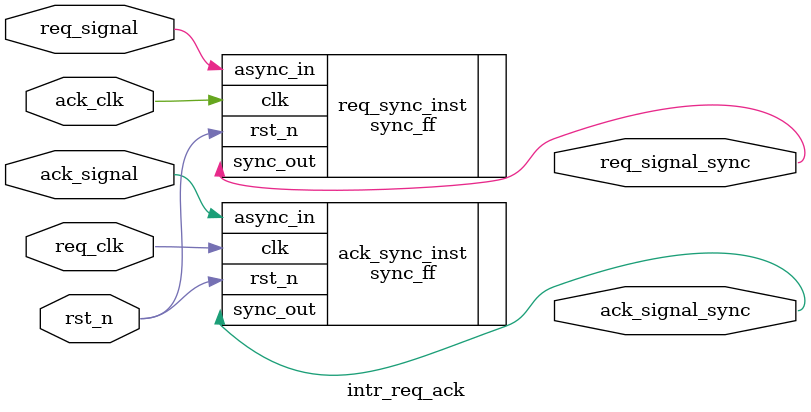
<source format=sv>
`timescale 1 ns / 1 ps

module intr_req_ack #(
  parameter int NUM_FLOPS = 2,  // Number of synchronization stages
  parameter bit RST_VAL   = 0   // Reset values
) (
  input  logic req_clk,         // Request clock domain
  input  logic ack_clk,         // Acknowledge clock domain
  input  logic rst_n,           // Active-low async reset
  input  logic req_signal,      // Request signal
  output logic req_signal_sync, // Synchronized request signal output
  input  logic ack_signal,      // Acknowledge signal
  output logic ack_signal_sync  // Synchronized acknowledge signal output
);
  
  // This synchronizes the request signal in the acknowledge clock domain
  sync_ff #(
    .NUM_FLOPS (NUM_FLOPS),
    .RST_VAL   (RST_VAL  )
  ) req_sync_inst (
    .clk      (ack_clk        ),
    .rst_n    (rst_n          ),
    .async_in (req_signal     ),
    .sync_out (req_signal_sync)
  );
 
  // This synchronizes the acknowledge signal in the request clock domain
  sync_ff #(
    .NUM_FLOPS (NUM_FLOPS),
    .RST_VAL   (RST_VAL  )
  ) ack_sync_inst (
    .clk      (req_clk        ),
    .rst_n    (rst_n          ),
    .async_in (ack_signal     ),
    .sync_out (ack_signal_sync)
  );

endmodule

</source>
